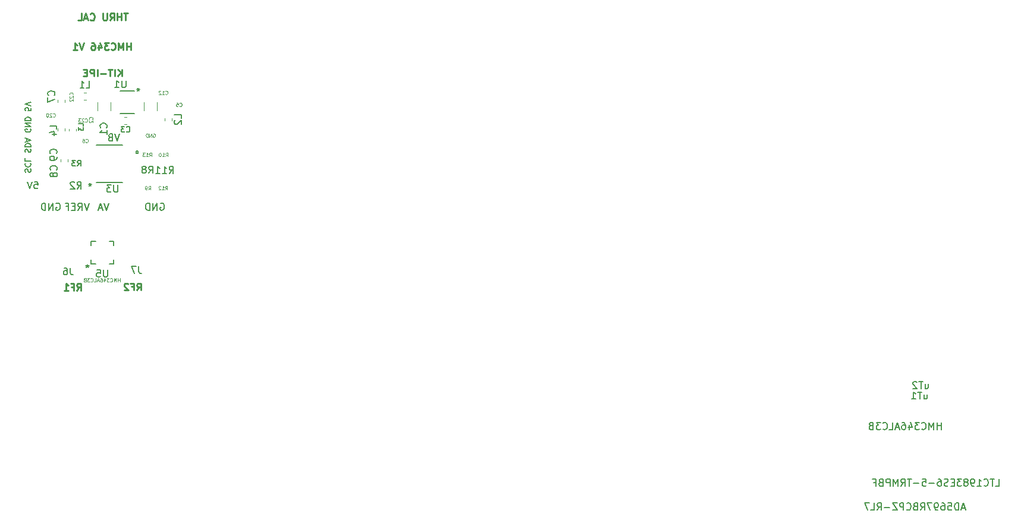
<source format=gbr>
%TF.GenerationSoftware,KiCad,Pcbnew,5.1.5-52549c5~84~ubuntu18.04.1*%
%TF.CreationDate,2020-02-04T01:27:04+01:00*%
%TF.ProjectId,HMC_RF_IPE,484d435f-5246-45f4-9950-452e6b696361,rev?*%
%TF.SameCoordinates,Original*%
%TF.FileFunction,Legend,Bot*%
%TF.FilePolarity,Positive*%
%FSLAX46Y46*%
G04 Gerber Fmt 4.6, Leading zero omitted, Abs format (unit mm)*
G04 Created by KiCad (PCBNEW 5.1.5-52549c5~84~ubuntu18.04.1) date 2020-02-04 01:27:04*
%MOMM*%
%LPD*%
G04 APERTURE LIST*
%ADD10C,0.250000*%
%ADD11C,0.200000*%
%ADD12C,0.125000*%
%ADD13C,0.152400*%
%ADD14C,0.120000*%
%ADD15C,0.150000*%
G04 APERTURE END LIST*
D10*
X146374838Y-63505580D02*
X146374838Y-62505580D01*
X146374838Y-62981771D02*
X145803410Y-62981771D01*
X145803410Y-63505580D02*
X145803410Y-62505580D01*
X145327219Y-63505580D02*
X145327219Y-62505580D01*
X144993886Y-63219866D01*
X144660552Y-62505580D01*
X144660552Y-63505580D01*
X143612933Y-63410342D02*
X143660552Y-63457961D01*
X143803410Y-63505580D01*
X143898648Y-63505580D01*
X144041505Y-63457961D01*
X144136743Y-63362723D01*
X144184362Y-63267485D01*
X144231981Y-63077009D01*
X144231981Y-62934152D01*
X144184362Y-62743676D01*
X144136743Y-62648438D01*
X144041505Y-62553200D01*
X143898648Y-62505580D01*
X143803410Y-62505580D01*
X143660552Y-62553200D01*
X143612933Y-62600819D01*
X143279600Y-62505580D02*
X142660552Y-62505580D01*
X142993886Y-62886533D01*
X142851029Y-62886533D01*
X142755790Y-62934152D01*
X142708171Y-62981771D01*
X142660552Y-63077009D01*
X142660552Y-63315104D01*
X142708171Y-63410342D01*
X142755790Y-63457961D01*
X142851029Y-63505580D01*
X143136743Y-63505580D01*
X143231981Y-63457961D01*
X143279600Y-63410342D01*
X141803410Y-62838914D02*
X141803410Y-63505580D01*
X142041505Y-62457961D02*
X142279600Y-63172247D01*
X141660552Y-63172247D01*
X140851029Y-62505580D02*
X141041505Y-62505580D01*
X141136743Y-62553200D01*
X141184362Y-62600819D01*
X141279600Y-62743676D01*
X141327219Y-62934152D01*
X141327219Y-63315104D01*
X141279600Y-63410342D01*
X141231981Y-63457961D01*
X141136743Y-63505580D01*
X140946267Y-63505580D01*
X140851029Y-63457961D01*
X140803410Y-63410342D01*
X140755790Y-63315104D01*
X140755790Y-63077009D01*
X140803410Y-62981771D01*
X140851029Y-62934152D01*
X140946267Y-62886533D01*
X141136743Y-62886533D01*
X141231981Y-62934152D01*
X141279600Y-62981771D01*
X141327219Y-63077009D01*
X139708171Y-62505580D02*
X139374838Y-63505580D01*
X139041505Y-62505580D01*
X138184362Y-63505580D02*
X138755790Y-63505580D01*
X138470076Y-63505580D02*
X138470076Y-62505580D01*
X138565314Y-62648438D01*
X138660552Y-62743676D01*
X138755790Y-62791295D01*
X145113886Y-67265580D02*
X145113886Y-66265580D01*
X144542457Y-67265580D02*
X144971029Y-66694152D01*
X144542457Y-66265580D02*
X145113886Y-66837009D01*
X144113886Y-67265580D02*
X144113886Y-66265580D01*
X143780552Y-66265580D02*
X143209124Y-66265580D01*
X143494838Y-67265580D02*
X143494838Y-66265580D01*
X142875790Y-66884628D02*
X142113886Y-66884628D01*
X141637695Y-67265580D02*
X141637695Y-66265580D01*
X141161505Y-67265580D02*
X141161505Y-66265580D01*
X140780552Y-66265580D01*
X140685314Y-66313200D01*
X140637695Y-66360819D01*
X140590076Y-66456057D01*
X140590076Y-66598914D01*
X140637695Y-66694152D01*
X140685314Y-66741771D01*
X140780552Y-66789390D01*
X141161505Y-66789390D01*
X140161505Y-66741771D02*
X139828171Y-66741771D01*
X139685314Y-67265580D02*
X140161505Y-67265580D01*
X140161505Y-66265580D01*
X139685314Y-66265580D01*
X145971029Y-58295580D02*
X145399600Y-58295580D01*
X145685314Y-59295580D02*
X145685314Y-58295580D01*
X145066267Y-59295580D02*
X145066267Y-58295580D01*
X145066267Y-58771771D02*
X144494838Y-58771771D01*
X144494838Y-59295580D02*
X144494838Y-58295580D01*
X143447219Y-59295580D02*
X143780552Y-58819390D01*
X144018648Y-59295580D02*
X144018648Y-58295580D01*
X143637695Y-58295580D01*
X143542457Y-58343200D01*
X143494838Y-58390819D01*
X143447219Y-58486057D01*
X143447219Y-58628914D01*
X143494838Y-58724152D01*
X143542457Y-58771771D01*
X143637695Y-58819390D01*
X144018648Y-58819390D01*
X143018648Y-58295580D02*
X143018648Y-59105104D01*
X142971029Y-59200342D01*
X142923410Y-59247961D01*
X142828171Y-59295580D01*
X142637695Y-59295580D01*
X142542457Y-59247961D01*
X142494838Y-59200342D01*
X142447219Y-59105104D01*
X142447219Y-58295580D01*
X140637695Y-59200342D02*
X140685314Y-59247961D01*
X140828171Y-59295580D01*
X140923410Y-59295580D01*
X141066267Y-59247961D01*
X141161505Y-59152723D01*
X141209124Y-59057485D01*
X141256743Y-58867009D01*
X141256743Y-58724152D01*
X141209124Y-58533676D01*
X141161505Y-58438438D01*
X141066267Y-58343200D01*
X140923410Y-58295580D01*
X140828171Y-58295580D01*
X140685314Y-58343200D01*
X140637695Y-58390819D01*
X140256743Y-59009866D02*
X139780552Y-59009866D01*
X140351981Y-59295580D02*
X140018648Y-58295580D01*
X139685314Y-59295580D01*
X138875790Y-59295580D02*
X139351981Y-59295580D01*
X139351981Y-58295580D01*
D11*
X131399600Y-80911295D02*
X131361505Y-80797009D01*
X131361505Y-80606533D01*
X131399600Y-80530342D01*
X131437695Y-80492247D01*
X131513886Y-80454152D01*
X131590076Y-80454152D01*
X131666267Y-80492247D01*
X131704362Y-80530342D01*
X131742457Y-80606533D01*
X131780552Y-80758914D01*
X131818648Y-80835104D01*
X131856743Y-80873200D01*
X131932933Y-80911295D01*
X132009124Y-80911295D01*
X132085314Y-80873200D01*
X132123410Y-80835104D01*
X132161505Y-80758914D01*
X132161505Y-80568438D01*
X132123410Y-80454152D01*
X131437695Y-79654152D02*
X131399600Y-79692247D01*
X131361505Y-79806533D01*
X131361505Y-79882723D01*
X131399600Y-79997009D01*
X131475790Y-80073200D01*
X131551981Y-80111295D01*
X131704362Y-80149390D01*
X131818648Y-80149390D01*
X131971029Y-80111295D01*
X132047219Y-80073200D01*
X132123410Y-79997009D01*
X132161505Y-79882723D01*
X132161505Y-79806533D01*
X132123410Y-79692247D01*
X132085314Y-79654152D01*
X131361505Y-78930342D02*
X131361505Y-79311295D01*
X132161505Y-79311295D01*
X131399600Y-78092247D02*
X131361505Y-77977961D01*
X131361505Y-77787485D01*
X131399600Y-77711295D01*
X131437695Y-77673200D01*
X131513886Y-77635104D01*
X131590076Y-77635104D01*
X131666267Y-77673200D01*
X131704362Y-77711295D01*
X131742457Y-77787485D01*
X131780552Y-77939866D01*
X131818648Y-78016057D01*
X131856743Y-78054152D01*
X131932933Y-78092247D01*
X132009124Y-78092247D01*
X132085314Y-78054152D01*
X132123410Y-78016057D01*
X132161505Y-77939866D01*
X132161505Y-77749390D01*
X132123410Y-77635104D01*
X131361505Y-77292247D02*
X132161505Y-77292247D01*
X132161505Y-77101771D01*
X132123410Y-76987485D01*
X132047219Y-76911295D01*
X131971029Y-76873200D01*
X131818648Y-76835104D01*
X131704362Y-76835104D01*
X131551981Y-76873200D01*
X131475790Y-76911295D01*
X131399600Y-76987485D01*
X131361505Y-77101771D01*
X131361505Y-77292247D01*
X131590076Y-76530342D02*
X131590076Y-76149390D01*
X131361505Y-76606533D02*
X132161505Y-76339866D01*
X131361505Y-76073200D01*
X132123410Y-74777961D02*
X132161505Y-74854152D01*
X132161505Y-74968438D01*
X132123410Y-75082723D01*
X132047219Y-75158914D01*
X131971029Y-75197009D01*
X131818648Y-75235104D01*
X131704362Y-75235104D01*
X131551981Y-75197009D01*
X131475790Y-75158914D01*
X131399600Y-75082723D01*
X131361505Y-74968438D01*
X131361505Y-74892247D01*
X131399600Y-74777961D01*
X131437695Y-74739866D01*
X131704362Y-74739866D01*
X131704362Y-74892247D01*
X131361505Y-74397009D02*
X132161505Y-74397009D01*
X131361505Y-73939866D01*
X132161505Y-73939866D01*
X131361505Y-73558914D02*
X132161505Y-73558914D01*
X132161505Y-73368438D01*
X132123410Y-73254152D01*
X132047219Y-73177961D01*
X131971029Y-73139866D01*
X131818648Y-73101771D01*
X131704362Y-73101771D01*
X131551981Y-73139866D01*
X131475790Y-73177961D01*
X131399600Y-73254152D01*
X131361505Y-73368438D01*
X131361505Y-73558914D01*
X132161505Y-71768438D02*
X132161505Y-72149390D01*
X131780552Y-72187485D01*
X131818648Y-72149390D01*
X131856743Y-72073200D01*
X131856743Y-71882723D01*
X131818648Y-71806533D01*
X131780552Y-71768438D01*
X131704362Y-71730342D01*
X131513886Y-71730342D01*
X131437695Y-71768438D01*
X131399600Y-71806533D01*
X131361505Y-71882723D01*
X131361505Y-72073200D01*
X131399600Y-72149390D01*
X131437695Y-72187485D01*
X132161505Y-71501771D02*
X131361505Y-71235104D01*
X132161505Y-70968438D01*
D12*
X144861029Y-96539390D02*
X144861029Y-96039390D01*
X144861029Y-96277485D02*
X144575314Y-96277485D01*
X144575314Y-96539390D02*
X144575314Y-96039390D01*
X144337219Y-96539390D02*
X144337219Y-96039390D01*
X144170552Y-96396533D01*
X144003886Y-96039390D01*
X144003886Y-96539390D01*
X143480076Y-96491771D02*
X143503886Y-96515580D01*
X143575314Y-96539390D01*
X143622933Y-96539390D01*
X143694362Y-96515580D01*
X143741981Y-96467961D01*
X143765790Y-96420342D01*
X143789600Y-96325104D01*
X143789600Y-96253676D01*
X143765790Y-96158438D01*
X143741981Y-96110819D01*
X143694362Y-96063200D01*
X143622933Y-96039390D01*
X143575314Y-96039390D01*
X143503886Y-96063200D01*
X143480076Y-96087009D01*
X143313410Y-96039390D02*
X143003886Y-96039390D01*
X143170552Y-96229866D01*
X143099124Y-96229866D01*
X143051505Y-96253676D01*
X143027695Y-96277485D01*
X143003886Y-96325104D01*
X143003886Y-96444152D01*
X143027695Y-96491771D01*
X143051505Y-96515580D01*
X143099124Y-96539390D01*
X143241981Y-96539390D01*
X143289600Y-96515580D01*
X143313410Y-96491771D01*
X142575314Y-96206057D02*
X142575314Y-96539390D01*
X142694362Y-96015580D02*
X142813410Y-96372723D01*
X142503886Y-96372723D01*
X142099124Y-96039390D02*
X142194362Y-96039390D01*
X142241981Y-96063200D01*
X142265790Y-96087009D01*
X142313410Y-96158438D01*
X142337219Y-96253676D01*
X142337219Y-96444152D01*
X142313410Y-96491771D01*
X142289600Y-96515580D01*
X142241981Y-96539390D01*
X142146743Y-96539390D01*
X142099124Y-96515580D01*
X142075314Y-96491771D01*
X142051505Y-96444152D01*
X142051505Y-96325104D01*
X142075314Y-96277485D01*
X142099124Y-96253676D01*
X142146743Y-96229866D01*
X142241981Y-96229866D01*
X142289600Y-96253676D01*
X142313410Y-96277485D01*
X142337219Y-96325104D01*
X141861029Y-96396533D02*
X141622933Y-96396533D01*
X141908648Y-96539390D02*
X141741981Y-96039390D01*
X141575314Y-96539390D01*
X141170552Y-96539390D02*
X141408648Y-96539390D01*
X141408648Y-96039390D01*
X140718171Y-96491771D02*
X140741981Y-96515580D01*
X140813410Y-96539390D01*
X140861029Y-96539390D01*
X140932457Y-96515580D01*
X140980076Y-96467961D01*
X141003886Y-96420342D01*
X141027695Y-96325104D01*
X141027695Y-96253676D01*
X141003886Y-96158438D01*
X140980076Y-96110819D01*
X140932457Y-96063200D01*
X140861029Y-96039390D01*
X140813410Y-96039390D01*
X140741981Y-96063200D01*
X140718171Y-96087009D01*
X140551505Y-96039390D02*
X140241981Y-96039390D01*
X140408648Y-96229866D01*
X140337219Y-96229866D01*
X140289600Y-96253676D01*
X140265790Y-96277485D01*
X140241981Y-96325104D01*
X140241981Y-96444152D01*
X140265790Y-96491771D01*
X140289600Y-96515580D01*
X140337219Y-96539390D01*
X140480076Y-96539390D01*
X140527695Y-96515580D01*
X140551505Y-96491771D01*
X139861029Y-96277485D02*
X139789600Y-96301295D01*
X139765790Y-96325104D01*
X139741981Y-96372723D01*
X139741981Y-96444152D01*
X139765790Y-96491771D01*
X139789600Y-96515580D01*
X139837219Y-96539390D01*
X140027695Y-96539390D01*
X140027695Y-96039390D01*
X139861029Y-96039390D01*
X139813410Y-96063200D01*
X139789600Y-96087009D01*
X139765790Y-96134628D01*
X139765790Y-96182247D01*
X139789600Y-96229866D01*
X139813410Y-96253676D01*
X139861029Y-96277485D01*
X140027695Y-96277485D01*
D10*
X138748648Y-97775580D02*
X139081981Y-97299390D01*
X139320076Y-97775580D02*
X139320076Y-96775580D01*
X138939124Y-96775580D01*
X138843886Y-96823200D01*
X138796267Y-96870819D01*
X138748648Y-96966057D01*
X138748648Y-97108914D01*
X138796267Y-97204152D01*
X138843886Y-97251771D01*
X138939124Y-97299390D01*
X139320076Y-97299390D01*
X137986743Y-97251771D02*
X138320076Y-97251771D01*
X138320076Y-97775580D02*
X138320076Y-96775580D01*
X137843886Y-96775580D01*
X136939124Y-97775580D02*
X137510552Y-97775580D01*
X137224838Y-97775580D02*
X137224838Y-96775580D01*
X137320076Y-96918438D01*
X137415314Y-97013676D01*
X137510552Y-97061295D01*
X147258648Y-97755580D02*
X147591981Y-97279390D01*
X147830076Y-97755580D02*
X147830076Y-96755580D01*
X147449124Y-96755580D01*
X147353886Y-96803200D01*
X147306267Y-96850819D01*
X147258648Y-96946057D01*
X147258648Y-97088914D01*
X147306267Y-97184152D01*
X147353886Y-97231771D01*
X147449124Y-97279390D01*
X147830076Y-97279390D01*
X146496743Y-97231771D02*
X146830076Y-97231771D01*
X146830076Y-97755580D02*
X146830076Y-96755580D01*
X146353886Y-96755580D01*
X146020552Y-96850819D02*
X145972933Y-96803200D01*
X145877695Y-96755580D01*
X145639600Y-96755580D01*
X145544362Y-96803200D01*
X145496743Y-96850819D01*
X145449124Y-96946057D01*
X145449124Y-97041295D01*
X145496743Y-97184152D01*
X146068171Y-97755580D01*
X145449124Y-97755580D01*
D13*
%TO.C,U5*%
X140746410Y-90746200D02*
X141388271Y-90746200D01*
X144000410Y-90746200D02*
X144000410Y-91388061D01*
X144000410Y-94000200D02*
X143358549Y-94000200D01*
X140746410Y-94000200D02*
X140746410Y-93358339D01*
X141388271Y-94000200D02*
X140746410Y-94000200D01*
X140746410Y-91388061D02*
X140746410Y-90746200D01*
X143358549Y-90746200D02*
X144000410Y-90746200D01*
X144000410Y-93358339D02*
X144000410Y-94000200D01*
D14*
%TO.C,C12*%
X150113410Y-70931136D02*
X150113410Y-72135264D01*
X148293410Y-70931136D02*
X148293410Y-72135264D01*
%TO.C,L2*%
X151203410Y-73575979D02*
X151203410Y-73250421D01*
X152223410Y-73575979D02*
X152223410Y-73250421D01*
%TO.C,L1*%
X139720631Y-70625700D02*
X140046189Y-70625700D01*
X139720631Y-69605700D02*
X140046189Y-69605700D01*
%TO.C,L4*%
X137053410Y-74720421D02*
X137053410Y-75045979D01*
X136033410Y-74720421D02*
X136033410Y-75045979D01*
%TO.C,L3*%
X138593410Y-74730421D02*
X138593410Y-75055979D01*
X137573410Y-74730421D02*
X137573410Y-75055979D01*
D13*
%TO.C,U3*%
X147161410Y-78280699D02*
X147415410Y-78280699D01*
X147161410Y-77899699D02*
X147161410Y-78280699D01*
X147415410Y-77899699D02*
X147161410Y-77899699D01*
X147415410Y-78280699D02*
X147415410Y-77899699D01*
X145190834Y-82394900D02*
X141511986Y-82394900D01*
X141511986Y-77035500D02*
X145190834Y-77035500D01*
D14*
%TO.C,C1*%
X143523410Y-70941136D02*
X143523410Y-72145264D01*
X141703410Y-70941136D02*
X141703410Y-72145264D01*
D13*
%TO.C,U1*%
X144890110Y-69388400D02*
X146896710Y-69388400D01*
X146896710Y-72538000D02*
X144890110Y-72538000D01*
D14*
%TO.C,C3*%
X145826189Y-74093200D02*
X145500631Y-74093200D01*
X145826189Y-73073200D02*
X145500631Y-73073200D01*
%TO.C,C7*%
X136023410Y-70935979D02*
X136023410Y-70610421D01*
X137043410Y-70935979D02*
X137043410Y-70610421D01*
%TO.C,C8*%
X137413410Y-79060421D02*
X137413410Y-79385979D01*
X136393410Y-79060421D02*
X136393410Y-79385979D01*
%TO.C,U5*%
D15*
X143105314Y-94845580D02*
X143105314Y-95655104D01*
X143057695Y-95750342D01*
X143010076Y-95797961D01*
X142914838Y-95845580D01*
X142724362Y-95845580D01*
X142629124Y-95797961D01*
X142581505Y-95750342D01*
X142533886Y-95655104D01*
X142533886Y-94845580D01*
X141581505Y-94845580D02*
X142057695Y-94845580D01*
X142105314Y-95321771D01*
X142057695Y-95274152D01*
X141962457Y-95226533D01*
X141724362Y-95226533D01*
X141629124Y-95274152D01*
X141581505Y-95321771D01*
X141533886Y-95417009D01*
X141533886Y-95655104D01*
X141581505Y-95750342D01*
X141629124Y-95797961D01*
X141724362Y-95845580D01*
X141962457Y-95845580D01*
X142057695Y-95797961D01*
X142105314Y-95750342D01*
X261788648Y-117585580D02*
X261788648Y-116585580D01*
X261788648Y-117061771D02*
X261217219Y-117061771D01*
X261217219Y-117585580D02*
X261217219Y-116585580D01*
X260741029Y-117585580D02*
X260741029Y-116585580D01*
X260407695Y-117299866D01*
X260074362Y-116585580D01*
X260074362Y-117585580D01*
X259026743Y-117490342D02*
X259074362Y-117537961D01*
X259217219Y-117585580D01*
X259312457Y-117585580D01*
X259455314Y-117537961D01*
X259550552Y-117442723D01*
X259598171Y-117347485D01*
X259645790Y-117157009D01*
X259645790Y-117014152D01*
X259598171Y-116823676D01*
X259550552Y-116728438D01*
X259455314Y-116633200D01*
X259312457Y-116585580D01*
X259217219Y-116585580D01*
X259074362Y-116633200D01*
X259026743Y-116680819D01*
X258693410Y-116585580D02*
X258074362Y-116585580D01*
X258407695Y-116966533D01*
X258264838Y-116966533D01*
X258169600Y-117014152D01*
X258121981Y-117061771D01*
X258074362Y-117157009D01*
X258074362Y-117395104D01*
X258121981Y-117490342D01*
X258169600Y-117537961D01*
X258264838Y-117585580D01*
X258550552Y-117585580D01*
X258645790Y-117537961D01*
X258693410Y-117490342D01*
X257217219Y-116918914D02*
X257217219Y-117585580D01*
X257455314Y-116537961D02*
X257693410Y-117252247D01*
X257074362Y-117252247D01*
X256264838Y-116585580D02*
X256455314Y-116585580D01*
X256550552Y-116633200D01*
X256598171Y-116680819D01*
X256693410Y-116823676D01*
X256741029Y-117014152D01*
X256741029Y-117395104D01*
X256693410Y-117490342D01*
X256645790Y-117537961D01*
X256550552Y-117585580D01*
X256360076Y-117585580D01*
X256264838Y-117537961D01*
X256217219Y-117490342D01*
X256169600Y-117395104D01*
X256169600Y-117157009D01*
X256217219Y-117061771D01*
X256264838Y-117014152D01*
X256360076Y-116966533D01*
X256550552Y-116966533D01*
X256645790Y-117014152D01*
X256693410Y-117061771D01*
X256741029Y-117157009D01*
X255788648Y-117299866D02*
X255312457Y-117299866D01*
X255883886Y-117585580D02*
X255550552Y-116585580D01*
X255217219Y-117585580D01*
X254407695Y-117585580D02*
X254883886Y-117585580D01*
X254883886Y-116585580D01*
X253502933Y-117490342D02*
X253550552Y-117537961D01*
X253693410Y-117585580D01*
X253788648Y-117585580D01*
X253931505Y-117537961D01*
X254026743Y-117442723D01*
X254074362Y-117347485D01*
X254121981Y-117157009D01*
X254121981Y-117014152D01*
X254074362Y-116823676D01*
X254026743Y-116728438D01*
X253931505Y-116633200D01*
X253788648Y-116585580D01*
X253693410Y-116585580D01*
X253550552Y-116633200D01*
X253502933Y-116680819D01*
X253169600Y-116585580D02*
X252550552Y-116585580D01*
X252883886Y-116966533D01*
X252741029Y-116966533D01*
X252645790Y-117014152D01*
X252598171Y-117061771D01*
X252550552Y-117157009D01*
X252550552Y-117395104D01*
X252598171Y-117490342D01*
X252645790Y-117537961D01*
X252741029Y-117585580D01*
X253026743Y-117585580D01*
X253121981Y-117537961D01*
X253169600Y-117490342D01*
X251788648Y-117061771D02*
X251645790Y-117109390D01*
X251598171Y-117157009D01*
X251550552Y-117252247D01*
X251550552Y-117395104D01*
X251598171Y-117490342D01*
X251645790Y-117537961D01*
X251741029Y-117585580D01*
X252121981Y-117585580D01*
X252121981Y-116585580D01*
X251788648Y-116585580D01*
X251693410Y-116633200D01*
X251645790Y-116680819D01*
X251598171Y-116776057D01*
X251598171Y-116871295D01*
X251645790Y-116966533D01*
X251693410Y-117014152D01*
X251788648Y-117061771D01*
X252121981Y-117061771D01*
X140223410Y-94095580D02*
X140223410Y-94333676D01*
X140461505Y-94238438D02*
X140223410Y-94333676D01*
X139985314Y-94238438D01*
X140366267Y-94524152D02*
X140223410Y-94333676D01*
X140080552Y-94524152D01*
X140223410Y-94095580D02*
X140223410Y-94333676D01*
X140461505Y-94238438D02*
X140223410Y-94333676D01*
X139985314Y-94238438D01*
X140366267Y-94524152D02*
X140223410Y-94333676D01*
X140080552Y-94524152D01*
%TO.C,J6*%
X137816743Y-94545580D02*
X137816743Y-95259866D01*
X137864362Y-95402723D01*
X137959600Y-95497961D01*
X138102457Y-95545580D01*
X138197695Y-95545580D01*
X136911981Y-94545580D02*
X137102457Y-94545580D01*
X137197695Y-94593200D01*
X137245314Y-94640819D01*
X137340552Y-94783676D01*
X137388171Y-94974152D01*
X137388171Y-95355104D01*
X137340552Y-95450342D01*
X137292933Y-95497961D01*
X137197695Y-95545580D01*
X137007219Y-95545580D01*
X136911981Y-95497961D01*
X136864362Y-95450342D01*
X136816743Y-95355104D01*
X136816743Y-95117009D01*
X136864362Y-95021771D01*
X136911981Y-94974152D01*
X137007219Y-94926533D01*
X137197695Y-94926533D01*
X137292933Y-94974152D01*
X137340552Y-95021771D01*
X137388171Y-95117009D01*
%TO.C,J7*%
X147556743Y-94355580D02*
X147556743Y-95069866D01*
X147604362Y-95212723D01*
X147699600Y-95307961D01*
X147842457Y-95355580D01*
X147937695Y-95355580D01*
X147175790Y-94355580D02*
X146509124Y-94355580D01*
X146937695Y-95355580D01*
%TO.C,uT1*%
X259356267Y-112578914D02*
X259356267Y-113245580D01*
X259784838Y-112578914D02*
X259784838Y-113102723D01*
X259737219Y-113197961D01*
X259641981Y-113245580D01*
X259499124Y-113245580D01*
X259403886Y-113197961D01*
X259356267Y-113150342D01*
X259022933Y-112245580D02*
X258451505Y-112245580D01*
X258737219Y-113245580D02*
X258737219Y-112245580D01*
X257594362Y-113245580D02*
X258165790Y-113245580D01*
X257880076Y-113245580D02*
X257880076Y-112245580D01*
X257975314Y-112388438D01*
X258070552Y-112483676D01*
X258165790Y-112531295D01*
%TO.C,uT2*%
X259516267Y-111108914D02*
X259516267Y-111775580D01*
X259944838Y-111108914D02*
X259944838Y-111632723D01*
X259897219Y-111727961D01*
X259801981Y-111775580D01*
X259659124Y-111775580D01*
X259563886Y-111727961D01*
X259516267Y-111680342D01*
X259182933Y-110775580D02*
X258611505Y-110775580D01*
X258897219Y-111775580D02*
X258897219Y-110775580D01*
X258325790Y-110870819D02*
X258278171Y-110823200D01*
X258182933Y-110775580D01*
X257944838Y-110775580D01*
X257849600Y-110823200D01*
X257801981Y-110870819D01*
X257754362Y-110966057D01*
X257754362Y-111061295D01*
X257801981Y-111204152D01*
X258373410Y-111775580D01*
X257754362Y-111775580D01*
%TO.C,GND*%
D12*
X149604362Y-75448200D02*
X149651981Y-75424390D01*
X149723410Y-75424390D01*
X149794838Y-75448200D01*
X149842457Y-75495819D01*
X149866267Y-75543438D01*
X149890076Y-75638676D01*
X149890076Y-75710104D01*
X149866267Y-75805342D01*
X149842457Y-75852961D01*
X149794838Y-75900580D01*
X149723410Y-75924390D01*
X149675790Y-75924390D01*
X149604362Y-75900580D01*
X149580552Y-75876771D01*
X149580552Y-75710104D01*
X149675790Y-75710104D01*
X149366267Y-75924390D02*
X149366267Y-75424390D01*
X149080552Y-75924390D01*
X149080552Y-75424390D01*
X148842457Y-75924390D02*
X148842457Y-75424390D01*
X148723410Y-75424390D01*
X148651981Y-75448200D01*
X148604362Y-75495819D01*
X148580552Y-75543438D01*
X148556743Y-75638676D01*
X148556743Y-75710104D01*
X148580552Y-75805342D01*
X148604362Y-75852961D01*
X148651981Y-75900580D01*
X148723410Y-75924390D01*
X148842457Y-75924390D01*
%TO.C,C23*%
X139924838Y-73741771D02*
X139948648Y-73765580D01*
X140020076Y-73789390D01*
X140067695Y-73789390D01*
X140139124Y-73765580D01*
X140186743Y-73717961D01*
X140210552Y-73670342D01*
X140234362Y-73575104D01*
X140234362Y-73503676D01*
X140210552Y-73408438D01*
X140186743Y-73360819D01*
X140139124Y-73313200D01*
X140067695Y-73289390D01*
X140020076Y-73289390D01*
X139948648Y-73313200D01*
X139924838Y-73337009D01*
X139734362Y-73337009D02*
X139710552Y-73313200D01*
X139662933Y-73289390D01*
X139543886Y-73289390D01*
X139496267Y-73313200D01*
X139472457Y-73337009D01*
X139448648Y-73384628D01*
X139448648Y-73432247D01*
X139472457Y-73503676D01*
X139758171Y-73789390D01*
X139448648Y-73789390D01*
X139281981Y-73289390D02*
X138972457Y-73289390D01*
X139139124Y-73479866D01*
X139067695Y-73479866D01*
X139020076Y-73503676D01*
X138996267Y-73527485D01*
X138972457Y-73575104D01*
X138972457Y-73694152D01*
X138996267Y-73741771D01*
X139020076Y-73765580D01*
X139067695Y-73789390D01*
X139210552Y-73789390D01*
X139258171Y-73765580D01*
X139281981Y-73741771D01*
%TO.C,C22*%
X138131981Y-69881771D02*
X138155790Y-69857961D01*
X138179600Y-69786533D01*
X138179600Y-69738914D01*
X138155790Y-69667485D01*
X138108171Y-69619866D01*
X138060552Y-69596057D01*
X137965314Y-69572247D01*
X137893886Y-69572247D01*
X137798648Y-69596057D01*
X137751029Y-69619866D01*
X137703410Y-69667485D01*
X137679600Y-69738914D01*
X137679600Y-69786533D01*
X137703410Y-69857961D01*
X137727219Y-69881771D01*
X137727219Y-70072247D02*
X137703410Y-70096057D01*
X137679600Y-70143676D01*
X137679600Y-70262723D01*
X137703410Y-70310342D01*
X137727219Y-70334152D01*
X137774838Y-70357961D01*
X137822457Y-70357961D01*
X137893886Y-70334152D01*
X138179600Y-70048438D01*
X138179600Y-70357961D01*
X137727219Y-70548438D02*
X137703410Y-70572247D01*
X137679600Y-70619866D01*
X137679600Y-70738914D01*
X137703410Y-70786533D01*
X137727219Y-70810342D01*
X137774838Y-70834152D01*
X137822457Y-70834152D01*
X137893886Y-70810342D01*
X138179600Y-70524628D01*
X138179600Y-70834152D01*
%TO.C,C20*%
X135324838Y-73001771D02*
X135348648Y-73025580D01*
X135420076Y-73049390D01*
X135467695Y-73049390D01*
X135539124Y-73025580D01*
X135586743Y-72977961D01*
X135610552Y-72930342D01*
X135634362Y-72835104D01*
X135634362Y-72763676D01*
X135610552Y-72668438D01*
X135586743Y-72620819D01*
X135539124Y-72573200D01*
X135467695Y-72549390D01*
X135420076Y-72549390D01*
X135348648Y-72573200D01*
X135324838Y-72597009D01*
X135134362Y-72597009D02*
X135110552Y-72573200D01*
X135062933Y-72549390D01*
X134943886Y-72549390D01*
X134896267Y-72573200D01*
X134872457Y-72597009D01*
X134848648Y-72644628D01*
X134848648Y-72692247D01*
X134872457Y-72763676D01*
X135158171Y-73049390D01*
X134848648Y-73049390D01*
X134539124Y-72549390D02*
X134491505Y-72549390D01*
X134443886Y-72573200D01*
X134420076Y-72597009D01*
X134396267Y-72644628D01*
X134372457Y-72739866D01*
X134372457Y-72858914D01*
X134396267Y-72954152D01*
X134420076Y-73001771D01*
X134443886Y-73025580D01*
X134491505Y-73049390D01*
X134539124Y-73049390D01*
X134586743Y-73025580D01*
X134610552Y-73001771D01*
X134634362Y-72954152D01*
X134658171Y-72858914D01*
X134658171Y-72739866D01*
X134634362Y-72644628D01*
X134610552Y-72597009D01*
X134586743Y-72573200D01*
X134539124Y-72549390D01*
%TO.C,C12*%
X151344838Y-69776771D02*
X151368648Y-69800580D01*
X151440076Y-69824390D01*
X151487695Y-69824390D01*
X151559124Y-69800580D01*
X151606743Y-69752961D01*
X151630552Y-69705342D01*
X151654362Y-69610104D01*
X151654362Y-69538676D01*
X151630552Y-69443438D01*
X151606743Y-69395819D01*
X151559124Y-69348200D01*
X151487695Y-69324390D01*
X151440076Y-69324390D01*
X151368648Y-69348200D01*
X151344838Y-69372009D01*
X150868648Y-69824390D02*
X151154362Y-69824390D01*
X151011505Y-69824390D02*
X151011505Y-69324390D01*
X151059124Y-69395819D01*
X151106743Y-69443438D01*
X151154362Y-69467247D01*
X150678171Y-69372009D02*
X150654362Y-69348200D01*
X150606743Y-69324390D01*
X150487695Y-69324390D01*
X150440076Y-69348200D01*
X150416267Y-69372009D01*
X150392457Y-69419628D01*
X150392457Y-69467247D01*
X150416267Y-69538676D01*
X150701981Y-69824390D01*
X150392457Y-69824390D01*
%TO.C,C5*%
X153356743Y-71501771D02*
X153380552Y-71525580D01*
X153451981Y-71549390D01*
X153499600Y-71549390D01*
X153571029Y-71525580D01*
X153618648Y-71477961D01*
X153642457Y-71430342D01*
X153666267Y-71335104D01*
X153666267Y-71263676D01*
X153642457Y-71168438D01*
X153618648Y-71120819D01*
X153571029Y-71073200D01*
X153499600Y-71049390D01*
X153451981Y-71049390D01*
X153380552Y-71073200D01*
X153356743Y-71097009D01*
X152904362Y-71049390D02*
X153142457Y-71049390D01*
X153166267Y-71287485D01*
X153142457Y-71263676D01*
X153094838Y-71239866D01*
X152975790Y-71239866D01*
X152928171Y-71263676D01*
X152904362Y-71287485D01*
X152880552Y-71335104D01*
X152880552Y-71454152D01*
X152904362Y-71501771D01*
X152928171Y-71525580D01*
X152975790Y-71549390D01*
X153094838Y-71549390D01*
X153142457Y-71525580D01*
X153166267Y-71501771D01*
%TO.C,L2*%
D15*
X153615790Y-73256533D02*
X153615790Y-72780342D01*
X152615790Y-72780342D01*
X152711029Y-73542247D02*
X152663410Y-73589866D01*
X152615790Y-73685104D01*
X152615790Y-73923200D01*
X152663410Y-74018438D01*
X152711029Y-74066057D01*
X152806267Y-74113676D01*
X152901505Y-74113676D01*
X153044362Y-74066057D01*
X153615790Y-73494628D01*
X153615790Y-74113676D01*
%TO.C,L1*%
X140040076Y-68935580D02*
X140516267Y-68935580D01*
X140516267Y-67935580D01*
X139182933Y-68935580D02*
X139754362Y-68935580D01*
X139468648Y-68935580D02*
X139468648Y-67935580D01*
X139563886Y-68078438D01*
X139659124Y-68173676D01*
X139754362Y-68221295D01*
%TO.C,L4*%
X135867790Y-74796533D02*
X135867790Y-74320342D01*
X134867790Y-74320342D01*
X135201124Y-75558438D02*
X135867790Y-75558438D01*
X134820171Y-75320342D02*
X135534457Y-75082247D01*
X135534457Y-75701295D01*
%TO.C,L3*%
X139680076Y-74336533D02*
X139680076Y-74003200D01*
X138980076Y-74003200D01*
X138980076Y-74503200D02*
X138980076Y-74936533D01*
X139246743Y-74703200D01*
X139246743Y-74803200D01*
X139280076Y-74869866D01*
X139313410Y-74903200D01*
X139380076Y-74936533D01*
X139546743Y-74936533D01*
X139613410Y-74903200D01*
X139646743Y-74869866D01*
X139680076Y-74803200D01*
X139680076Y-74603200D01*
X139646743Y-74536533D01*
X139613410Y-74503200D01*
%TO.C,U3*%
X144565314Y-82765580D02*
X144565314Y-83575104D01*
X144517695Y-83670342D01*
X144470076Y-83717961D01*
X144374838Y-83765580D01*
X144184362Y-83765580D01*
X144089124Y-83717961D01*
X144041505Y-83670342D01*
X143993886Y-83575104D01*
X143993886Y-82765580D01*
X143612933Y-82765580D02*
X142993886Y-82765580D01*
X143327219Y-83146533D01*
X143184362Y-83146533D01*
X143089124Y-83194152D01*
X143041505Y-83241771D01*
X142993886Y-83337009D01*
X142993886Y-83575104D01*
X143041505Y-83670342D01*
X143089124Y-83717961D01*
X143184362Y-83765580D01*
X143470076Y-83765580D01*
X143565314Y-83717961D01*
X143612933Y-83670342D01*
X265152457Y-128769866D02*
X264676267Y-128769866D01*
X265247695Y-129055580D02*
X264914362Y-128055580D01*
X264581029Y-129055580D01*
X264247695Y-129055580D02*
X264247695Y-128055580D01*
X264009600Y-128055580D01*
X263866743Y-128103200D01*
X263771505Y-128198438D01*
X263723886Y-128293676D01*
X263676267Y-128484152D01*
X263676267Y-128627009D01*
X263723886Y-128817485D01*
X263771505Y-128912723D01*
X263866743Y-129007961D01*
X264009600Y-129055580D01*
X264247695Y-129055580D01*
X262771505Y-128055580D02*
X263247695Y-128055580D01*
X263295314Y-128531771D01*
X263247695Y-128484152D01*
X263152457Y-128436533D01*
X262914362Y-128436533D01*
X262819124Y-128484152D01*
X262771505Y-128531771D01*
X262723886Y-128627009D01*
X262723886Y-128865104D01*
X262771505Y-128960342D01*
X262819124Y-129007961D01*
X262914362Y-129055580D01*
X263152457Y-129055580D01*
X263247695Y-129007961D01*
X263295314Y-128960342D01*
X261866743Y-128055580D02*
X262057219Y-128055580D01*
X262152457Y-128103200D01*
X262200076Y-128150819D01*
X262295314Y-128293676D01*
X262342933Y-128484152D01*
X262342933Y-128865104D01*
X262295314Y-128960342D01*
X262247695Y-129007961D01*
X262152457Y-129055580D01*
X261961981Y-129055580D01*
X261866743Y-129007961D01*
X261819124Y-128960342D01*
X261771505Y-128865104D01*
X261771505Y-128627009D01*
X261819124Y-128531771D01*
X261866743Y-128484152D01*
X261961981Y-128436533D01*
X262152457Y-128436533D01*
X262247695Y-128484152D01*
X262295314Y-128531771D01*
X262342933Y-128627009D01*
X261295314Y-129055580D02*
X261104838Y-129055580D01*
X261009600Y-129007961D01*
X260961981Y-128960342D01*
X260866743Y-128817485D01*
X260819124Y-128627009D01*
X260819124Y-128246057D01*
X260866743Y-128150819D01*
X260914362Y-128103200D01*
X261009600Y-128055580D01*
X261200076Y-128055580D01*
X261295314Y-128103200D01*
X261342933Y-128150819D01*
X261390552Y-128246057D01*
X261390552Y-128484152D01*
X261342933Y-128579390D01*
X261295314Y-128627009D01*
X261200076Y-128674628D01*
X261009600Y-128674628D01*
X260914362Y-128627009D01*
X260866743Y-128579390D01*
X260819124Y-128484152D01*
X260485790Y-128055580D02*
X259819124Y-128055580D01*
X260247695Y-129055580D01*
X258866743Y-129055580D02*
X259200076Y-128579390D01*
X259438171Y-129055580D02*
X259438171Y-128055580D01*
X259057219Y-128055580D01*
X258961981Y-128103200D01*
X258914362Y-128150819D01*
X258866743Y-128246057D01*
X258866743Y-128388914D01*
X258914362Y-128484152D01*
X258961981Y-128531771D01*
X259057219Y-128579390D01*
X259438171Y-128579390D01*
X258104838Y-128531771D02*
X257961981Y-128579390D01*
X257914362Y-128627009D01*
X257866743Y-128722247D01*
X257866743Y-128865104D01*
X257914362Y-128960342D01*
X257961981Y-129007961D01*
X258057219Y-129055580D01*
X258438171Y-129055580D01*
X258438171Y-128055580D01*
X258104838Y-128055580D01*
X258009600Y-128103200D01*
X257961981Y-128150819D01*
X257914362Y-128246057D01*
X257914362Y-128341295D01*
X257961981Y-128436533D01*
X258009600Y-128484152D01*
X258104838Y-128531771D01*
X258438171Y-128531771D01*
X256866743Y-128960342D02*
X256914362Y-129007961D01*
X257057219Y-129055580D01*
X257152457Y-129055580D01*
X257295314Y-129007961D01*
X257390552Y-128912723D01*
X257438171Y-128817485D01*
X257485790Y-128627009D01*
X257485790Y-128484152D01*
X257438171Y-128293676D01*
X257390552Y-128198438D01*
X257295314Y-128103200D01*
X257152457Y-128055580D01*
X257057219Y-128055580D01*
X256914362Y-128103200D01*
X256866743Y-128150819D01*
X256438171Y-129055580D02*
X256438171Y-128055580D01*
X256057219Y-128055580D01*
X255961981Y-128103200D01*
X255914362Y-128150819D01*
X255866743Y-128246057D01*
X255866743Y-128388914D01*
X255914362Y-128484152D01*
X255961981Y-128531771D01*
X256057219Y-128579390D01*
X256438171Y-128579390D01*
X255533410Y-128055580D02*
X254866743Y-128055580D01*
X255533410Y-129055580D01*
X254866743Y-129055580D01*
X254485790Y-128674628D02*
X253723886Y-128674628D01*
X252676267Y-129055580D02*
X253009600Y-128579390D01*
X253247695Y-129055580D02*
X253247695Y-128055580D01*
X252866743Y-128055580D01*
X252771505Y-128103200D01*
X252723886Y-128150819D01*
X252676267Y-128246057D01*
X252676267Y-128388914D01*
X252723886Y-128484152D01*
X252771505Y-128531771D01*
X252866743Y-128579390D01*
X253247695Y-128579390D01*
X251771505Y-129055580D02*
X252247695Y-129055580D01*
X252247695Y-128055580D01*
X251533410Y-128055580D02*
X250866743Y-128055580D01*
X251295314Y-129055580D01*
X140613410Y-82505580D02*
X140613410Y-82743676D01*
X140851505Y-82648438D02*
X140613410Y-82743676D01*
X140375314Y-82648438D01*
X140756267Y-82934152D02*
X140613410Y-82743676D01*
X140470552Y-82934152D01*
X140613410Y-82505580D02*
X140613410Y-82743676D01*
X140851505Y-82648438D02*
X140613410Y-82743676D01*
X140375314Y-82648438D01*
X140756267Y-82934152D02*
X140613410Y-82743676D01*
X140470552Y-82934152D01*
%TO.C,C1*%
X142940552Y-74576533D02*
X142988171Y-74528914D01*
X143035790Y-74386057D01*
X143035790Y-74290819D01*
X142988171Y-74147961D01*
X142892933Y-74052723D01*
X142797695Y-74005104D01*
X142607219Y-73957485D01*
X142464362Y-73957485D01*
X142273886Y-74005104D01*
X142178648Y-74052723D01*
X142083410Y-74147961D01*
X142035790Y-74290819D01*
X142035790Y-74386057D01*
X142083410Y-74528914D01*
X142131029Y-74576533D01*
X143035790Y-75528914D02*
X143035790Y-74957485D01*
X143035790Y-75243200D02*
X142035790Y-75243200D01*
X142178648Y-75147961D01*
X142273886Y-75052723D01*
X142321505Y-74957485D01*
%TO.C,U1*%
X145705314Y-67885580D02*
X145705314Y-68695104D01*
X145657695Y-68790342D01*
X145610076Y-68837961D01*
X145514838Y-68885580D01*
X145324362Y-68885580D01*
X145229124Y-68837961D01*
X145181505Y-68790342D01*
X145133886Y-68695104D01*
X145133886Y-67885580D01*
X144133886Y-68885580D02*
X144705314Y-68885580D01*
X144419600Y-68885580D02*
X144419600Y-67885580D01*
X144514838Y-68028438D01*
X144610076Y-68123676D01*
X144705314Y-68171295D01*
X269545600Y-125631580D02*
X270021790Y-125631580D01*
X270021790Y-124631580D01*
X269355124Y-124631580D02*
X268783695Y-124631580D01*
X269069410Y-125631580D02*
X269069410Y-124631580D01*
X267878933Y-125536342D02*
X267926552Y-125583961D01*
X268069410Y-125631580D01*
X268164648Y-125631580D01*
X268307505Y-125583961D01*
X268402743Y-125488723D01*
X268450362Y-125393485D01*
X268497981Y-125203009D01*
X268497981Y-125060152D01*
X268450362Y-124869676D01*
X268402743Y-124774438D01*
X268307505Y-124679200D01*
X268164648Y-124631580D01*
X268069410Y-124631580D01*
X267926552Y-124679200D01*
X267878933Y-124726819D01*
X266926552Y-125631580D02*
X267497981Y-125631580D01*
X267212267Y-125631580D02*
X267212267Y-124631580D01*
X267307505Y-124774438D01*
X267402743Y-124869676D01*
X267497981Y-124917295D01*
X266450362Y-125631580D02*
X266259886Y-125631580D01*
X266164648Y-125583961D01*
X266117029Y-125536342D01*
X266021790Y-125393485D01*
X265974171Y-125203009D01*
X265974171Y-124822057D01*
X266021790Y-124726819D01*
X266069410Y-124679200D01*
X266164648Y-124631580D01*
X266355124Y-124631580D01*
X266450362Y-124679200D01*
X266497981Y-124726819D01*
X266545600Y-124822057D01*
X266545600Y-125060152D01*
X266497981Y-125155390D01*
X266450362Y-125203009D01*
X266355124Y-125250628D01*
X266164648Y-125250628D01*
X266069410Y-125203009D01*
X266021790Y-125155390D01*
X265974171Y-125060152D01*
X265402743Y-125060152D02*
X265497981Y-125012533D01*
X265545600Y-124964914D01*
X265593219Y-124869676D01*
X265593219Y-124822057D01*
X265545600Y-124726819D01*
X265497981Y-124679200D01*
X265402743Y-124631580D01*
X265212267Y-124631580D01*
X265117029Y-124679200D01*
X265069410Y-124726819D01*
X265021790Y-124822057D01*
X265021790Y-124869676D01*
X265069410Y-124964914D01*
X265117029Y-125012533D01*
X265212267Y-125060152D01*
X265402743Y-125060152D01*
X265497981Y-125107771D01*
X265545600Y-125155390D01*
X265593219Y-125250628D01*
X265593219Y-125441104D01*
X265545600Y-125536342D01*
X265497981Y-125583961D01*
X265402743Y-125631580D01*
X265212267Y-125631580D01*
X265117029Y-125583961D01*
X265069410Y-125536342D01*
X265021790Y-125441104D01*
X265021790Y-125250628D01*
X265069410Y-125155390D01*
X265117029Y-125107771D01*
X265212267Y-125060152D01*
X264688457Y-124631580D02*
X264069410Y-124631580D01*
X264402743Y-125012533D01*
X264259886Y-125012533D01*
X264164648Y-125060152D01*
X264117029Y-125107771D01*
X264069410Y-125203009D01*
X264069410Y-125441104D01*
X264117029Y-125536342D01*
X264164648Y-125583961D01*
X264259886Y-125631580D01*
X264545600Y-125631580D01*
X264640838Y-125583961D01*
X264688457Y-125536342D01*
X263640838Y-125107771D02*
X263307505Y-125107771D01*
X263164648Y-125631580D02*
X263640838Y-125631580D01*
X263640838Y-124631580D01*
X263164648Y-124631580D01*
X262783695Y-125583961D02*
X262640838Y-125631580D01*
X262402743Y-125631580D01*
X262307505Y-125583961D01*
X262259886Y-125536342D01*
X262212267Y-125441104D01*
X262212267Y-125345866D01*
X262259886Y-125250628D01*
X262307505Y-125203009D01*
X262402743Y-125155390D01*
X262593219Y-125107771D01*
X262688457Y-125060152D01*
X262736076Y-125012533D01*
X262783695Y-124917295D01*
X262783695Y-124822057D01*
X262736076Y-124726819D01*
X262688457Y-124679200D01*
X262593219Y-124631580D01*
X262355124Y-124631580D01*
X262212267Y-124679200D01*
X261355124Y-124631580D02*
X261545600Y-124631580D01*
X261640838Y-124679200D01*
X261688457Y-124726819D01*
X261783695Y-124869676D01*
X261831314Y-125060152D01*
X261831314Y-125441104D01*
X261783695Y-125536342D01*
X261736076Y-125583961D01*
X261640838Y-125631580D01*
X261450362Y-125631580D01*
X261355124Y-125583961D01*
X261307505Y-125536342D01*
X261259886Y-125441104D01*
X261259886Y-125203009D01*
X261307505Y-125107771D01*
X261355124Y-125060152D01*
X261450362Y-125012533D01*
X261640838Y-125012533D01*
X261736076Y-125060152D01*
X261783695Y-125107771D01*
X261831314Y-125203009D01*
X260831314Y-125250628D02*
X260069410Y-125250628D01*
X259117029Y-124631580D02*
X259593219Y-124631580D01*
X259640838Y-125107771D01*
X259593219Y-125060152D01*
X259497981Y-125012533D01*
X259259886Y-125012533D01*
X259164648Y-125060152D01*
X259117029Y-125107771D01*
X259069410Y-125203009D01*
X259069410Y-125441104D01*
X259117029Y-125536342D01*
X259164648Y-125583961D01*
X259259886Y-125631580D01*
X259497981Y-125631580D01*
X259593219Y-125583961D01*
X259640838Y-125536342D01*
X258640838Y-125250628D02*
X257878933Y-125250628D01*
X257545600Y-124631580D02*
X256974171Y-124631580D01*
X257259886Y-125631580D02*
X257259886Y-124631580D01*
X256069410Y-125631580D02*
X256402743Y-125155390D01*
X256640838Y-125631580D02*
X256640838Y-124631580D01*
X256259886Y-124631580D01*
X256164648Y-124679200D01*
X256117029Y-124726819D01*
X256069410Y-124822057D01*
X256069410Y-124964914D01*
X256117029Y-125060152D01*
X256164648Y-125107771D01*
X256259886Y-125155390D01*
X256640838Y-125155390D01*
X255640838Y-125631580D02*
X255640838Y-124631580D01*
X255307505Y-125345866D01*
X254974171Y-124631580D01*
X254974171Y-125631580D01*
X254497981Y-125631580D02*
X254497981Y-124631580D01*
X254117029Y-124631580D01*
X254021790Y-124679200D01*
X253974171Y-124726819D01*
X253926552Y-124822057D01*
X253926552Y-124964914D01*
X253974171Y-125060152D01*
X254021790Y-125107771D01*
X254117029Y-125155390D01*
X254497981Y-125155390D01*
X253164648Y-125107771D02*
X253021790Y-125155390D01*
X252974171Y-125203009D01*
X252926552Y-125298247D01*
X252926552Y-125441104D01*
X252974171Y-125536342D01*
X253021790Y-125583961D01*
X253117029Y-125631580D01*
X253497981Y-125631580D01*
X253497981Y-124631580D01*
X253164648Y-124631580D01*
X253069410Y-124679200D01*
X253021790Y-124726819D01*
X252974171Y-124822057D01*
X252974171Y-124917295D01*
X253021790Y-125012533D01*
X253069410Y-125060152D01*
X253164648Y-125107771D01*
X253497981Y-125107771D01*
X252164648Y-125107771D02*
X252497981Y-125107771D01*
X252497981Y-125631580D02*
X252497981Y-124631580D01*
X252021790Y-124631580D01*
X147459410Y-68931580D02*
X147459410Y-69169676D01*
X147697505Y-69074438D02*
X147459410Y-69169676D01*
X147221314Y-69074438D01*
X147602267Y-69360152D02*
X147459410Y-69169676D01*
X147316552Y-69360152D01*
X147459410Y-68931580D02*
X147459410Y-69169676D01*
X147697505Y-69074438D02*
X147459410Y-69169676D01*
X147221314Y-69074438D01*
X147602267Y-69360152D02*
X147459410Y-69169676D01*
X147316552Y-69360152D01*
X147459410Y-68921580D02*
X147459410Y-69159676D01*
X147697505Y-69064438D02*
X147459410Y-69159676D01*
X147221314Y-69064438D01*
X147602267Y-69350152D02*
X147459410Y-69159676D01*
X147316552Y-69350152D01*
%TO.C,VA*%
X143295314Y-85335580D02*
X142961981Y-86335580D01*
X142628648Y-85335580D01*
X142342933Y-86049866D02*
X141866743Y-86049866D01*
X142438171Y-86335580D02*
X142104838Y-85335580D01*
X141771505Y-86335580D01*
%TO.C,5V*%
X132673886Y-82265580D02*
X133150076Y-82265580D01*
X133197695Y-82741771D01*
X133150076Y-82694152D01*
X133054838Y-82646533D01*
X132816743Y-82646533D01*
X132721505Y-82694152D01*
X132673886Y-82741771D01*
X132626267Y-82837009D01*
X132626267Y-83075104D01*
X132673886Y-83170342D01*
X132721505Y-83217961D01*
X132816743Y-83265580D01*
X133054838Y-83265580D01*
X133150076Y-83217961D01*
X133197695Y-83170342D01*
X132340552Y-82265580D02*
X132007219Y-83265580D01*
X131673886Y-82265580D01*
%TO.C,VB*%
X144831743Y-75475580D02*
X144498410Y-76475580D01*
X144165076Y-75475580D01*
X143498410Y-75951771D02*
X143355552Y-75999390D01*
X143307933Y-76047009D01*
X143260314Y-76142247D01*
X143260314Y-76285104D01*
X143307933Y-76380342D01*
X143355552Y-76427961D01*
X143450790Y-76475580D01*
X143831743Y-76475580D01*
X143831743Y-75475580D01*
X143498410Y-75475580D01*
X143403171Y-75523200D01*
X143355552Y-75570819D01*
X143307933Y-75666057D01*
X143307933Y-75761295D01*
X143355552Y-75856533D01*
X143403171Y-75904152D01*
X143498410Y-75951771D01*
X143831743Y-75951771D01*
%TO.C,VREF*%
X140447695Y-85335580D02*
X140114362Y-86335580D01*
X139781029Y-85335580D01*
X138876267Y-86335580D02*
X139209600Y-85859390D01*
X139447695Y-86335580D02*
X139447695Y-85335580D01*
X139066743Y-85335580D01*
X138971505Y-85383200D01*
X138923886Y-85430819D01*
X138876267Y-85526057D01*
X138876267Y-85668914D01*
X138923886Y-85764152D01*
X138971505Y-85811771D01*
X139066743Y-85859390D01*
X139447695Y-85859390D01*
X138447695Y-85811771D02*
X138114362Y-85811771D01*
X137971505Y-86335580D02*
X138447695Y-86335580D01*
X138447695Y-85335580D01*
X137971505Y-85335580D01*
X137209600Y-85811771D02*
X137542933Y-85811771D01*
X137542933Y-86335580D02*
X137542933Y-85335580D01*
X137066743Y-85335580D01*
%TO.C,GND*%
X150615314Y-85383200D02*
X150710552Y-85335580D01*
X150853410Y-85335580D01*
X150996267Y-85383200D01*
X151091505Y-85478438D01*
X151139124Y-85573676D01*
X151186743Y-85764152D01*
X151186743Y-85907009D01*
X151139124Y-86097485D01*
X151091505Y-86192723D01*
X150996267Y-86287961D01*
X150853410Y-86335580D01*
X150758171Y-86335580D01*
X150615314Y-86287961D01*
X150567695Y-86240342D01*
X150567695Y-85907009D01*
X150758171Y-85907009D01*
X150139124Y-86335580D02*
X150139124Y-85335580D01*
X149567695Y-86335580D01*
X149567695Y-85335580D01*
X149091505Y-86335580D02*
X149091505Y-85335580D01*
X148853410Y-85335580D01*
X148710552Y-85383200D01*
X148615314Y-85478438D01*
X148567695Y-85573676D01*
X148520076Y-85764152D01*
X148520076Y-85907009D01*
X148567695Y-86097485D01*
X148615314Y-86192723D01*
X148710552Y-86287961D01*
X148853410Y-86335580D01*
X149091505Y-86335580D01*
X135775314Y-85383200D02*
X135870552Y-85335580D01*
X136013410Y-85335580D01*
X136156267Y-85383200D01*
X136251505Y-85478438D01*
X136299124Y-85573676D01*
X136346743Y-85764152D01*
X136346743Y-85907009D01*
X136299124Y-86097485D01*
X136251505Y-86192723D01*
X136156267Y-86287961D01*
X136013410Y-86335580D01*
X135918171Y-86335580D01*
X135775314Y-86287961D01*
X135727695Y-86240342D01*
X135727695Y-85907009D01*
X135918171Y-85907009D01*
X135299124Y-86335580D02*
X135299124Y-85335580D01*
X134727695Y-86335580D01*
X134727695Y-85335580D01*
X134251505Y-86335580D02*
X134251505Y-85335580D01*
X134013410Y-85335580D01*
X133870552Y-85383200D01*
X133775314Y-85478438D01*
X133727695Y-85573676D01*
X133680076Y-85764152D01*
X133680076Y-85907009D01*
X133727695Y-86097485D01*
X133775314Y-86192723D01*
X133870552Y-86287961D01*
X134013410Y-86335580D01*
X134251505Y-86335580D01*
%TO.C,C2*%
D12*
X140931981Y-73399866D02*
X140955790Y-73376057D01*
X140979600Y-73304628D01*
X140979600Y-73257009D01*
X140955790Y-73185580D01*
X140908171Y-73137961D01*
X140860552Y-73114152D01*
X140765314Y-73090342D01*
X140693886Y-73090342D01*
X140598648Y-73114152D01*
X140551029Y-73137961D01*
X140503410Y-73185580D01*
X140479600Y-73257009D01*
X140479600Y-73304628D01*
X140503410Y-73376057D01*
X140527219Y-73399866D01*
X140527219Y-73590342D02*
X140503410Y-73614152D01*
X140479600Y-73661771D01*
X140479600Y-73780819D01*
X140503410Y-73828438D01*
X140527219Y-73852247D01*
X140574838Y-73876057D01*
X140622457Y-73876057D01*
X140693886Y-73852247D01*
X140979600Y-73566533D01*
X140979600Y-73876057D01*
%TO.C,C3*%
D15*
X145791943Y-75149504D02*
X145830038Y-75187599D01*
X145944324Y-75225694D01*
X146020514Y-75225694D01*
X146134800Y-75187599D01*
X146210990Y-75111409D01*
X146249086Y-75035218D01*
X146287181Y-74882837D01*
X146287181Y-74768551D01*
X146249086Y-74616170D01*
X146210990Y-74539980D01*
X146134800Y-74463790D01*
X146020514Y-74425694D01*
X145944324Y-74425694D01*
X145830038Y-74463790D01*
X145791943Y-74501885D01*
X145525276Y-74425694D02*
X145030038Y-74425694D01*
X145296705Y-74730456D01*
X145182419Y-74730456D01*
X145106229Y-74768551D01*
X145068133Y-74806647D01*
X145030038Y-74882837D01*
X145030038Y-75073313D01*
X145068133Y-75149504D01*
X145106229Y-75187599D01*
X145182419Y-75225694D01*
X145410990Y-75225694D01*
X145487181Y-75187599D01*
X145525276Y-75149504D01*
%TO.C,C6*%
D12*
X140013743Y-76631771D02*
X140037552Y-76655580D01*
X140108981Y-76679390D01*
X140156600Y-76679390D01*
X140228029Y-76655580D01*
X140275648Y-76607961D01*
X140299457Y-76560342D01*
X140323267Y-76465104D01*
X140323267Y-76393676D01*
X140299457Y-76298438D01*
X140275648Y-76250819D01*
X140228029Y-76203200D01*
X140156600Y-76179390D01*
X140108981Y-76179390D01*
X140037552Y-76203200D01*
X140013743Y-76227009D01*
X139585171Y-76179390D02*
X139680410Y-76179390D01*
X139728029Y-76203200D01*
X139751838Y-76227009D01*
X139799457Y-76298438D01*
X139823267Y-76393676D01*
X139823267Y-76584152D01*
X139799457Y-76631771D01*
X139775648Y-76655580D01*
X139728029Y-76679390D01*
X139632790Y-76679390D01*
X139585171Y-76655580D01*
X139561362Y-76631771D01*
X139537552Y-76584152D01*
X139537552Y-76465104D01*
X139561362Y-76417485D01*
X139585171Y-76393676D01*
X139632790Y-76369866D01*
X139728029Y-76369866D01*
X139775648Y-76393676D01*
X139799457Y-76417485D01*
X139823267Y-76465104D01*
%TO.C,C7*%
D15*
X135500552Y-69966533D02*
X135548171Y-69918914D01*
X135595790Y-69776057D01*
X135595790Y-69680819D01*
X135548171Y-69537961D01*
X135452933Y-69442723D01*
X135357695Y-69395104D01*
X135167219Y-69347485D01*
X135024362Y-69347485D01*
X134833886Y-69395104D01*
X134738648Y-69442723D01*
X134643410Y-69537961D01*
X134595790Y-69680819D01*
X134595790Y-69776057D01*
X134643410Y-69918914D01*
X134691029Y-69966533D01*
X134595790Y-70299866D02*
X134595790Y-70966533D01*
X135595790Y-70537961D01*
%TO.C,C8*%
X135830552Y-80616533D02*
X135878171Y-80568914D01*
X135925790Y-80426057D01*
X135925790Y-80330819D01*
X135878171Y-80187961D01*
X135782933Y-80092723D01*
X135687695Y-80045104D01*
X135497219Y-79997485D01*
X135354362Y-79997485D01*
X135163886Y-80045104D01*
X135068648Y-80092723D01*
X134973410Y-80187961D01*
X134925790Y-80330819D01*
X134925790Y-80426057D01*
X134973410Y-80568914D01*
X135021029Y-80616533D01*
X135354362Y-81187961D02*
X135306743Y-81092723D01*
X135259124Y-81045104D01*
X135163886Y-80997485D01*
X135116267Y-80997485D01*
X135021029Y-81045104D01*
X134973410Y-81092723D01*
X134925790Y-81187961D01*
X134925790Y-81378438D01*
X134973410Y-81473676D01*
X135021029Y-81521295D01*
X135116267Y-81568914D01*
X135163886Y-81568914D01*
X135259124Y-81521295D01*
X135306743Y-81473676D01*
X135354362Y-81378438D01*
X135354362Y-81187961D01*
X135401981Y-81092723D01*
X135449600Y-81045104D01*
X135544838Y-80997485D01*
X135735314Y-80997485D01*
X135830552Y-81045104D01*
X135878171Y-81092723D01*
X135925790Y-81187961D01*
X135925790Y-81378438D01*
X135878171Y-81473676D01*
X135830552Y-81521295D01*
X135735314Y-81568914D01*
X135544838Y-81568914D01*
X135449600Y-81521295D01*
X135401981Y-81473676D01*
X135354362Y-81378438D01*
%TO.C,C9*%
X135800552Y-78276533D02*
X135848171Y-78228914D01*
X135895790Y-78086057D01*
X135895790Y-77990819D01*
X135848171Y-77847961D01*
X135752933Y-77752723D01*
X135657695Y-77705104D01*
X135467219Y-77657485D01*
X135324362Y-77657485D01*
X135133886Y-77705104D01*
X135038648Y-77752723D01*
X134943410Y-77847961D01*
X134895790Y-77990819D01*
X134895790Y-78086057D01*
X134943410Y-78228914D01*
X134991029Y-78276533D01*
X135895790Y-78752723D02*
X135895790Y-78943200D01*
X135848171Y-79038438D01*
X135800552Y-79086057D01*
X135657695Y-79181295D01*
X135467219Y-79228914D01*
X135086267Y-79228914D01*
X134991029Y-79181295D01*
X134943410Y-79133676D01*
X134895790Y-79038438D01*
X134895790Y-78847961D01*
X134943410Y-78752723D01*
X134991029Y-78705104D01*
X135086267Y-78657485D01*
X135324362Y-78657485D01*
X135419600Y-78705104D01*
X135467219Y-78752723D01*
X135514838Y-78847961D01*
X135514838Y-79038438D01*
X135467219Y-79133676D01*
X135419600Y-79181295D01*
X135324362Y-79228914D01*
%TO.C,R2*%
X138770076Y-83295580D02*
X139103410Y-82819390D01*
X139341505Y-83295580D02*
X139341505Y-82295580D01*
X138960552Y-82295580D01*
X138865314Y-82343200D01*
X138817695Y-82390819D01*
X138770076Y-82486057D01*
X138770076Y-82628914D01*
X138817695Y-82724152D01*
X138865314Y-82771771D01*
X138960552Y-82819390D01*
X139341505Y-82819390D01*
X138389124Y-82390819D02*
X138341505Y-82343200D01*
X138246267Y-82295580D01*
X138008171Y-82295580D01*
X137912933Y-82343200D01*
X137865314Y-82390819D01*
X137817695Y-82486057D01*
X137817695Y-82581295D01*
X137865314Y-82724152D01*
X138436743Y-83295580D01*
X137817695Y-83295580D01*
%TO.C,R3*%
X138826743Y-80055104D02*
X139093410Y-79674152D01*
X139283886Y-80055104D02*
X139283886Y-79255104D01*
X138979124Y-79255104D01*
X138902933Y-79293200D01*
X138864838Y-79331295D01*
X138826743Y-79407485D01*
X138826743Y-79521771D01*
X138864838Y-79597961D01*
X138902933Y-79636057D01*
X138979124Y-79674152D01*
X139283886Y-79674152D01*
X138560076Y-79255104D02*
X138064838Y-79255104D01*
X138331505Y-79559866D01*
X138217219Y-79559866D01*
X138141029Y-79597961D01*
X138102933Y-79636057D01*
X138064838Y-79712247D01*
X138064838Y-79902723D01*
X138102933Y-79978914D01*
X138141029Y-80017009D01*
X138217219Y-80055104D01*
X138445790Y-80055104D01*
X138521981Y-80017009D01*
X138560076Y-79978914D01*
%TO.C,R8*%
X148960076Y-81065580D02*
X149293410Y-80589390D01*
X149531505Y-81065580D02*
X149531505Y-80065580D01*
X149150552Y-80065580D01*
X149055314Y-80113200D01*
X149007695Y-80160819D01*
X148960076Y-80256057D01*
X148960076Y-80398914D01*
X149007695Y-80494152D01*
X149055314Y-80541771D01*
X149150552Y-80589390D01*
X149531505Y-80589390D01*
X148388648Y-80494152D02*
X148483886Y-80446533D01*
X148531505Y-80398914D01*
X148579124Y-80303676D01*
X148579124Y-80256057D01*
X148531505Y-80160819D01*
X148483886Y-80113200D01*
X148388648Y-80065580D01*
X148198171Y-80065580D01*
X148102933Y-80113200D01*
X148055314Y-80160819D01*
X148007695Y-80256057D01*
X148007695Y-80303676D01*
X148055314Y-80398914D01*
X148102933Y-80446533D01*
X148198171Y-80494152D01*
X148388648Y-80494152D01*
X148483886Y-80541771D01*
X148531505Y-80589390D01*
X148579124Y-80684628D01*
X148579124Y-80875104D01*
X148531505Y-80970342D01*
X148483886Y-81017961D01*
X148388648Y-81065580D01*
X148198171Y-81065580D01*
X148102933Y-81017961D01*
X148055314Y-80970342D01*
X148007695Y-80875104D01*
X148007695Y-80684628D01*
X148055314Y-80589390D01*
X148102933Y-80541771D01*
X148198171Y-80494152D01*
%TO.C,R9*%
D12*
X148916743Y-83439390D02*
X149083410Y-83201295D01*
X149202457Y-83439390D02*
X149202457Y-82939390D01*
X149011981Y-82939390D01*
X148964362Y-82963200D01*
X148940552Y-82987009D01*
X148916743Y-83034628D01*
X148916743Y-83106057D01*
X148940552Y-83153676D01*
X148964362Y-83177485D01*
X149011981Y-83201295D01*
X149202457Y-83201295D01*
X148678648Y-83439390D02*
X148583410Y-83439390D01*
X148535790Y-83415580D01*
X148511981Y-83391771D01*
X148464362Y-83320342D01*
X148440552Y-83225104D01*
X148440552Y-83034628D01*
X148464362Y-82987009D01*
X148488171Y-82963200D01*
X148535790Y-82939390D01*
X148631029Y-82939390D01*
X148678648Y-82963200D01*
X148702457Y-82987009D01*
X148726267Y-83034628D01*
X148726267Y-83153676D01*
X148702457Y-83201295D01*
X148678648Y-83225104D01*
X148631029Y-83248914D01*
X148535790Y-83248914D01*
X148488171Y-83225104D01*
X148464362Y-83201295D01*
X148440552Y-83153676D01*
%TO.C,R10*%
X151364838Y-78699390D02*
X151531505Y-78461295D01*
X151650552Y-78699390D02*
X151650552Y-78199390D01*
X151460076Y-78199390D01*
X151412457Y-78223200D01*
X151388648Y-78247009D01*
X151364838Y-78294628D01*
X151364838Y-78366057D01*
X151388648Y-78413676D01*
X151412457Y-78437485D01*
X151460076Y-78461295D01*
X151650552Y-78461295D01*
X150888648Y-78699390D02*
X151174362Y-78699390D01*
X151031505Y-78699390D02*
X151031505Y-78199390D01*
X151079124Y-78270819D01*
X151126743Y-78318438D01*
X151174362Y-78342247D01*
X150579124Y-78199390D02*
X150531505Y-78199390D01*
X150483886Y-78223200D01*
X150460076Y-78247009D01*
X150436267Y-78294628D01*
X150412457Y-78389866D01*
X150412457Y-78508914D01*
X150436267Y-78604152D01*
X150460076Y-78651771D01*
X150483886Y-78675580D01*
X150531505Y-78699390D01*
X150579124Y-78699390D01*
X150626743Y-78675580D01*
X150650552Y-78651771D01*
X150674362Y-78604152D01*
X150698171Y-78508914D01*
X150698171Y-78389866D01*
X150674362Y-78294628D01*
X150650552Y-78247009D01*
X150626743Y-78223200D01*
X150579124Y-78199390D01*
%TO.C,R11*%
D15*
X151886267Y-81095580D02*
X152219600Y-80619390D01*
X152457695Y-81095580D02*
X152457695Y-80095580D01*
X152076743Y-80095580D01*
X151981505Y-80143200D01*
X151933886Y-80190819D01*
X151886267Y-80286057D01*
X151886267Y-80428914D01*
X151933886Y-80524152D01*
X151981505Y-80571771D01*
X152076743Y-80619390D01*
X152457695Y-80619390D01*
X150933886Y-81095580D02*
X151505314Y-81095580D01*
X151219600Y-81095580D02*
X151219600Y-80095580D01*
X151314838Y-80238438D01*
X151410076Y-80333676D01*
X151505314Y-80381295D01*
X149981505Y-81095580D02*
X150552933Y-81095580D01*
X150267219Y-81095580D02*
X150267219Y-80095580D01*
X150362457Y-80238438D01*
X150457695Y-80333676D01*
X150552933Y-80381295D01*
%TO.C,R12*%
D12*
X151324838Y-83439390D02*
X151491505Y-83201295D01*
X151610552Y-83439390D02*
X151610552Y-82939390D01*
X151420076Y-82939390D01*
X151372457Y-82963200D01*
X151348648Y-82987009D01*
X151324838Y-83034628D01*
X151324838Y-83106057D01*
X151348648Y-83153676D01*
X151372457Y-83177485D01*
X151420076Y-83201295D01*
X151610552Y-83201295D01*
X150848648Y-83439390D02*
X151134362Y-83439390D01*
X150991505Y-83439390D02*
X150991505Y-82939390D01*
X151039124Y-83010819D01*
X151086743Y-83058438D01*
X151134362Y-83082247D01*
X150658171Y-82987009D02*
X150634362Y-82963200D01*
X150586743Y-82939390D01*
X150467695Y-82939390D01*
X150420076Y-82963200D01*
X150396267Y-82987009D01*
X150372457Y-83034628D01*
X150372457Y-83082247D01*
X150396267Y-83153676D01*
X150681981Y-83439390D01*
X150372457Y-83439390D01*
%TO.C,R13*%
X149054838Y-78699390D02*
X149221505Y-78461295D01*
X149340552Y-78699390D02*
X149340552Y-78199390D01*
X149150076Y-78199390D01*
X149102457Y-78223200D01*
X149078648Y-78247009D01*
X149054838Y-78294628D01*
X149054838Y-78366057D01*
X149078648Y-78413676D01*
X149102457Y-78437485D01*
X149150076Y-78461295D01*
X149340552Y-78461295D01*
X148578648Y-78699390D02*
X148864362Y-78699390D01*
X148721505Y-78699390D02*
X148721505Y-78199390D01*
X148769124Y-78270819D01*
X148816743Y-78318438D01*
X148864362Y-78342247D01*
X148411981Y-78199390D02*
X148102457Y-78199390D01*
X148269124Y-78389866D01*
X148197695Y-78389866D01*
X148150076Y-78413676D01*
X148126267Y-78437485D01*
X148102457Y-78485104D01*
X148102457Y-78604152D01*
X148126267Y-78651771D01*
X148150076Y-78675580D01*
X148197695Y-78699390D01*
X148340552Y-78699390D01*
X148388171Y-78675580D01*
X148411981Y-78651771D01*
%TD*%
M02*

</source>
